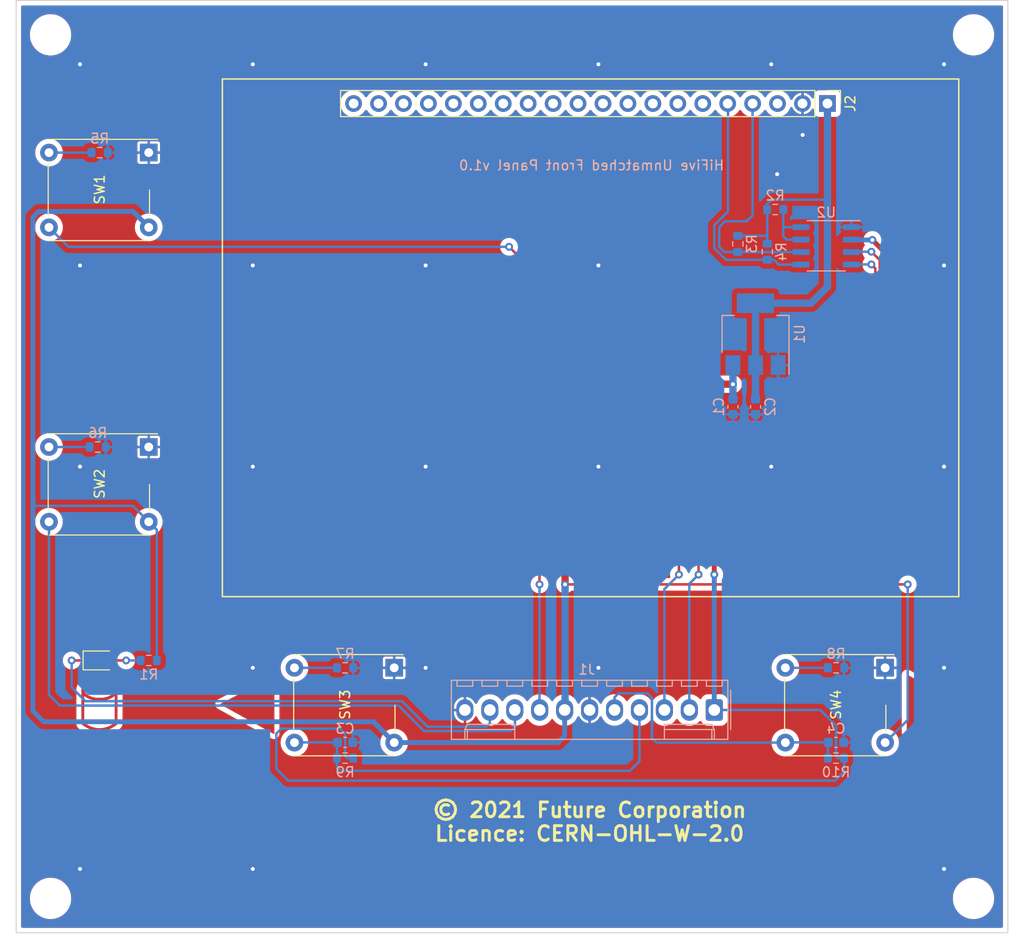
<source format=kicad_pcb>
(kicad_pcb (version 20201220) (generator pcbnew)
  (layers (0 "F.Cu" signal) (31 "B.Cu" signal) (34 "B.Paste" user) (35 "F.Paste" user) (36 "B.SilkS" user "B.Silkscreen") (37 "F.SilkS" user "F.Silkscreen") (38 "B.Mask" user) (39 "F.Mask" user) (44 "Edge.Cuts" user))
  (net 0 "")
  (net 1 "GND")
  (net 2 "+5V")
  (net 3 "+3V3")
  (net 4 "/GPIO3")
  (net 5 "/GPIO4")
  (net 6 "Net-(D1-Pad2)")
  (net 7 "/M2_DAS")
  (net 8 "/PORESET_N")
  (net 9 "/PONSW")
  (net 10 "/I2C0_SDA")
  (net 11 "/I2C0_SCL")
  (net 12 "+1V8")
  (net 13 "no_connect_30")
  (net 14 "no_connect_29")
  (net 15 "no_connect_28")
  (net 16 "no_connect_27")
  (net 17 "no_connect_26")
  (net 18 "no_connect_25")
  (net 19 "no_connect_24")
  (net 20 "no_connect_23")
  (net 21 "no_connect_22")
  (net 22 "no_connect_21")
  (net 23 "no_connect_20")
  (net 24 "no_connect_35")
  (net 25 "no_connect_34")
  (net 26 "no_connect_33")
  (net 27 "no_connect_32")
  (net 28 "/SDA")
  (net 29 "/SCL")
  (net 30 "no_connect_31")
  (net 31 "Net-(R2-Pad1)")
  (net 32 "Net-(R5-Pad2)")
  (net 33 "Net-(R6-Pad2)")
  (net 34 "Net-(R7-Pad2)")
  (net 35 "Net-(R8-Pad2)")
  (footprint "MountingHole:MountingHole_3.2mm_M3" (layer "F.Cu") (at 164 146)
    (fp_text reference "H1" hide)
    (fp_text value "MountingHole")
  )
  (footprint "MountingHole:MountingHole_3.2mm_M3" (layer "F.Cu") (at 70 58)
    (fp_text reference "H4" hide)
    (fp_text value "MountingHole")
  )
  (footprint "Button_Switch_THT:SW_MEC_5GTH9" (layer "F.Cu") (at 80 100 -90)
    (fp_text reference "SW2")
    (fp_text value "SW_MEC_5G_LED")
  )
  (footprint "MountingHole:MountingHole_3.2mm_M3" (layer "F.Cu") (at 70 146)
    (fp_text reference "H3" hide)
    (fp_text value "MountingHole")
  )
  (footprint "LED_SMD:LED_0805_2012Metric" (layer "F.Cu") (at 75 121.75)
    (fp_text reference "D1" hide)
    (fp_text value "LED")
  )
  (footprint "Button_Switch_THT:SW_MEC_5GTH9" (layer "F.Cu") (at 155 122.5 -90)
    (fp_text reference "SW4")
    (fp_text value "SW_MEC_5G_LED")
  )
  (footprint "Button_Switch_THT:SW_MEC_5GTH9" (layer "F.Cu") (at 80 70 -90)
    (fp_text reference "SW1")
    (fp_text value "SW_MEC_5G_LED")
  )
  (footprint "MountingHole:MountingHole_3.2mm_M3" (layer "F.Cu") (at 164 58)
    (fp_text reference "H2" hide)
    (fp_text value "MountingHole")
  )
  (footprint "Button_Switch_THT:SW_MEC_5GTH9" (layer "F.Cu") (at 105 122.5 -90)
    (fp_text reference "SW3")
    (fp_text value "SW_MEC_5G_LED")
  )
  (footprint "Connector_PinHeader_2.54mm:PinHeader_1x20_P2.54mm_Vertical" (layer "F.Cu") (at 149.125 65 -90)
    (fp_text reference "J2")
    (fp_text value "Conn_01x20")
  )
  (footprint "Capacitor_SMD:C_0603_1608Metric" (layer "B.Cu") (at 150 130.1)
    (fp_text reference "C4")
    (fp_text value "100nF")
  )
  (footprint "Resistor_SMD:R_0603_1608Metric" (layer "B.Cu") (at 150 122.5 180)
    (fp_text reference "R8")
    (fp_text value "330R")
  )
  (footprint "Capacitor_SMD:C_0603_1608Metric" (layer "B.Cu") (at 100 130.1)
    (fp_text reference "C3")
    (fp_text value "100nF")
  )
  (footprint "Resistor_SMD:R_0603_1608Metric" (layer "B.Cu") (at 143.8 75.8 180)
    (fp_text reference "R2")
    (fp_text value "200K")
  )
  (footprint "Resistor_SMD:R_0603_1608Metric" (layer "B.Cu") (at 100 131.7)
    (fp_text reference "R9")
    (fp_text value "2K2")
  )
  (footprint "Resistor_SMD:R_0603_1608Metric" (layer "B.Cu") (at 74.8 100 180)
    (fp_text reference "R6")
    (fp_text value "330R")
  )
  (footprint "Resistor_SMD:R_0603_1608Metric" (layer "B.Cu") (at 80 121.75)
    (fp_text reference "R1")
    (fp_text value "2K2")
  )
  (footprint "Package_TO_SOT_SMD:SOT-223-3_TabPin2" (layer "B.Cu") (at 141.8 88.5 90)
    (fp_text reference "U1")
    (fp_text value "AP1117-33")
  )
  (footprint "Capacitor_SMD:C_0603_1608Metric" (layer "B.Cu") (at 141.8 95.9 -90)
    (fp_text reference "C2")
    (fp_text value "10uF")
  )
  (footprint "Connector_Molex:Molex_KK-254_AE-6410-11A_1x11_P2.54mm_Vertical" (layer "B.Cu") (at 137.6 126.8 180)
    (fp_text reference "J1")
    (fp_text value "Conn_01x11")
  )
  (footprint "Package_SO:SO-8_3.9x4.9mm_P1.27mm" (layer "B.Cu") (at 149 79.5 180)
    (fp_text reference "U2")
    (fp_text value "PCA9306D")
  )
  (footprint "Resistor_SMD:R_0603_1608Metric" (layer "B.Cu") (at 75 70 180)
    (fp_text reference "R5")
    (fp_text value "330R")
  )
  (footprint "Resistor_SMD:R_0603_1608Metric" (layer "B.Cu") (at 100 122.5 180)
    (fp_text reference "R7")
    (fp_text value "330R")
  )
  (footprint "Resistor_SMD:R_0603_1608Metric" (layer "B.Cu") (at 150 131.7)
    (fp_text reference "R10")
    (fp_text value "2K2")
  )
  (footprint "Resistor_SMD:R_0603_1608Metric" (layer "B.Cu") (at 143 80.1 90)
    (fp_text reference "R4")
    (fp_text value "2K2")
  )
  (footprint "Capacitor_SMD:C_0603_1608Metric" (layer "B.Cu") (at 139.5 95.9 -90)
    (fp_text reference "C1")
    (fp_text value "10uF")
  )
  (footprint "Resistor_SMD:R_0603_1608Metric" (layer "B.Cu") (at 140 79.3 90)
    (fp_text reference "R3")
    (fp_text value "2K2")
  )
  (gr_line (start 74.980001 123.800235) (end 75.153359 123.805176) (layer "F.Cu") (width 0.289407))
  (gr_line (start 74.320023 123.875452) (end 74.39702 123.858314) (layer "F.Cu") (width 0.289407))
  (gr_line (start 76.405588 128.37186) (end 76.261293 128.457572) (layer "F.Cu") (width 0.289388))
  (gr_line (start 76.385964 125.292543) (end 76.338692 125.33007) (layer "F.Cu") (width 0.289407))
  (gr_poly (pts (xy 74.918888 62.500205) (xy 74.901773 62.500638) (xy 74.884888 62.501923) (xy 74.868253 62.504039) (xy 74.851889 62.506964) (xy 74.835817 62.510679) (xy 74.820056 62.515161) (xy 74.804629 62.520389) (xy 74.789554 62.526343) (xy 74.774853 62.533) (xy 74.760547 62.540341) (xy 74.746656 62.548344) (xy 74.733199 62.556988) (xy 74.720199 62.566251) (xy 74.707676 62.576113) (xy 74.69565 62.586552) (xy 74.684141 62.597548) (xy 74.67317 62.609079) (xy 74.662759 62.621124) (xy 74.652926 62.633663) (xy 74.643694 62.646673) (xy 74.635082 62.660133) (xy 74.627111 62.674024) (xy 74.619802 62.688323) (xy 74.613174 62.703009) (xy 74.60725 62.718062) (xy 74.602048 62.73346) (xy 74.597591 62.749182) (xy 74.593898 62.765207) (xy 74.59099 62.781513) (xy 74.588887 62.798081) (xy 74.58761 62.814888) (xy 74.58718 62.831913) (xy 74.58718 64.359814) (xy 74.587613 64.37693) (xy 74.588898 64.393815) (xy 74.591014 64.41045) (xy 74.59394 64.426814) (xy 74.597654 64.442886) (xy 74.602136 64.458647) (xy 74.607364 64.474074) (xy 74.613318 64.489149) (xy 74.619976 64.50385) (xy 74.627317 64.518156) (xy 74.635319 64.532047) (xy 74.643963 64.545503) (xy 74.653226 64.558503) (xy 74.663088 64.571027) (xy 74.673528 64.583053) (xy 74.684524 64.594562) (xy 74.696055 64.605532) (xy 74.7081 64.615944) (xy 74.720638 64.625777) (xy 74.733648 64.635009) (xy 74.747109 64.643621) (xy 74.760999 64.651592) (xy 74.775298 64.658901) (xy 74.789985 64.665529) (xy 74.805037 64.671453) (xy 74.820435 64.676654) (xy 74.836157 64.681112) (xy 74.852182 64.684805) (xy 74.868489 64.687713) (xy 74.885056 64.689816) (xy 74.901863 64.691093) (xy 74.918888 64.691523) (xy 74.935914 64.69109) (xy 74.952721 64.689805) (xy 74.969288 64.687689) (xy 74.985595 64.684763) (xy 75.00162 64.681049) (xy 75.017342 64.676567) (xy 75.03274 64.671339) (xy 75.047792 64.665385) (xy 75.062479 64.658727) (xy 75.076778 64.651386) (xy 75.090668 64.643383) (xy 75.104129 64.63474) (xy 75.117139 64.625476) (xy 75.129677 64.615614) (xy 75.141722 64.605175) (xy 75.153253 64.594179) (xy 75.164249 64.582648) (xy 75.174689 64.570603) (xy 75.184551 64.558065) (xy 75.193814 64.545055) (xy 75.202458 64.531594) (xy 75.210461 64.517704) (xy 75.217801 64.503405) (xy 75.224459 64.488718) (xy 75.230413 64.473666) (xy 75.235641 64.458268) (xy 75.240123 64.442546) (xy 75.243838 64.426521) (xy 75.246763 64.410214) (xy 75.248879 64.393647) (xy 75.250164 64.37684) (xy 75.250597 64.359814) (xy 75.250597 62.831913) (xy 75.250167 62.814888) (xy 75.24889 62.798081) (xy 75.246788 62.781513) (xy 75.243879 62.765207) (xy 75.240186 62.749182) (xy 75.235729 62.73346) (xy 75.230527 62.718062) (xy 75.224603 62.703009) (xy 75.217976 62.688323) (xy 75.210666 62.674024) (xy 75.202695 62.660133) (xy 75.194083 62.646673) (xy 75.184851 62.633663) (xy 75.175018 62.621124) (xy 75.164607 62.609079) (xy 75.153636 62.597548) (xy 75.142128 62.586552) (xy 75.130101 62.576113) (xy 75.117578 62.566251) (xy 75.104578 62.556988) (xy 75.091122 62.548344) (xy 75.07723 62.540341) (xy 75.062924 62.533) (xy 75.048223 62.526343) (xy 75.033148 62.520389) (xy 75.017721 62.515161) (xy 75.00196 62.510679) (xy 74.985888 62.506964) (xy 74.969524 62.504039) (xy 74.952889 62.501923) (xy 74.936004 62.500638) (xy 74.918888 62.500205)) (layer "F.Cu") (width 0.010206) (fill solid))
  (gr_line (start 76.675534 124.757388) (end 76.673328 124.806643) (layer "F.Cu") (width 0.289407))
  (gr_line (start 73.627123 128.405938) (end 73.456802 128.297637) (layer "F.Cu") (width 0.289388))
  (gr_line (start 76.470892 125.213626) (end 76.430066 125.253709) (layer "F.Cu") (width 0.289407))
  (gr_line (start 74.123724 128.644098) (end 73.96081 128.578395) (layer "F.Cu") (width 0.289388))
  (gr_line (start 74.283716 128.697152) (end 74.123724 128.644098) (layer "F.Cu") (width 0.289388))
  (gr_line (start 74.743894 128.788156) (end 74.594028 128.768406) (layer "F.Cu") (width 0.289388))
  (gr_line (start 73.304003 124.903154) (end 73.293221 124.855252) (layer "F.Cu") (width 0.289407))
  (gr_line (start 73.456802 128.297637) (end 73.284467 128.173587) (layer "F.Cu") (width 0.289388))
  (gr_line (start 76.57265 124.428285) (end 76.599306 124.472758) (layer "F.Cu") (width 0.289407))
  (gr_line (start 76.338692 125.33007) (end 76.288357 125.366228) (layer "F.Cu") (width 0.289407))
  (gr_line (start 76.666781 124.855252) (end 76.655998 124.903154) (layer "F.Cu") (width 0.289407))
  (gr_line (start 76.235065 125.400958) (end 76.178924 125.434199) (layer "F.Cu") (width 0.289407))
  (gr_line (start 73.62131 124.184706) (end 73.671645 124.148548) (layer "F.Cu") (width 0.289407))
  (gr_line (start 76.641087 124.564487) (end 76.655998 124.611622) (layer "F.Cu") (width 0.289407))
  (gr_line (start 74.171809 123.915757) (end 74.244917 123.89462) (layer "F.Cu") (width 0.289407))
  (gr_line (start 74.638292 123.819681) (end 74.721788 123.811263) (layer "F.Cu") (width 0.289407))
  (gr_line (start 73.901484 125.495976) (end 73.781078 125.434199) (layer "F.Cu") (width 0.289407))
  (gr_line (start 74.032012 123.9637) (end 74.100805 123.938804) (layer "F.Cu") (width 0.289407))
  (gr_line (start 73.337847 124.996597) (end 73.318914 124.950289) (layer "F.Cu") (width 0.289407))
  (gr_line (start 75.859196 125.575972) (end 75.788192 125.599019) (layer "F.Cu") (width 0.289407))
  (gr_line (start 73.671645 124.148548) (end 73.724936 124.113818) (layer "F.Cu") (width 0.289407))
  (gr_poly (pts (xy 157.25 123.25) (xy 162.65 126.249998) (xy 157.25 129.05)) (layer "F.Cu") (width 0.1) (fill solid))
  (gr_line (start 73.839962 124.048884) (end 73.901484 124.018801) (layer "F.Cu") (width 0.289407))
  (gr_line (start 74.556261 123.830368) (end 74.638292 123.819681) (layer "F.Cu") (width 0.289407))
  (gr_line (start 75.431269 128.759112) (end 75.302811 128.779379) (layer "F.Cu") (width 0.289388))
  (gr_line (start 76.675534 124.757388) (end 76.675534 124.757388) (layer "F.Cu") (width 0.289407))
  (gr_line (start 74.032012 125.551076) (end 73.901484 125.495976) (layer "F.Cu") (width 0.289407))
  (gr_line (start 74.171809 125.599019) (end 74.032012 125.551076) (layer "F.Cu") (width 0.289407))
  (gr_line (start 74.320023 125.639324) (end 74.171809 125.599019) (layer "F.Cu") (width 0.289407))
  (gr_line (start 75.715084 125.620156) (end 75.639979 125.639324) (layer "F.Cu") (width 0.289407))
  (gr_line (start 75.067252 125.713296) (end 74.980001 125.714541) (layer "F.Cu") (width 0.289407))
  (gr_line (start 75.994465 125.52439) (end 75.927989 125.551076) (layer "F.Cu") (width 0.289407))
  (gr_line (start 76.261293 128.457572) (end 76.17887 128.50159) (layer "F.Cu") (width 0.289388))
  (gr_line (start 75.153359 125.7096) (end 75.067252 125.713296) (layer "F.Cu") (width 0.289407))
  (gr_line (start 75.238214 125.703513) (end 75.153359 125.7096) (layer "F.Cu") (width 0.289407))
  (gr_line (start 76.120039 125.465892) (end 76.058517 125.495976) (layer "F.Cu") (width 0.289407))
  (gr_line (start 73.781078 125.434199) (end 73.671645 125.366228) (layer "F.Cu") (width 0.289407))
  (gr_line (start 74.440559 128.73833) (end 74.283716 128.697152) (layer "F.Cu") (width 0.289388))
  (gr_line (start 75.4842 125.67151) (end 75.403741 125.684408) (layer "F.Cu") (width 0.289407))
  (gr_line (start 75.4842 123.843266) (end 75.639979 123.875452) (layer "F.Cu") (width 0.289407))
  (gr_line (start 75.927989 123.9637) (end 76.058517 124.018801) (layer "F.Cu") (width 0.289407))
  (gr_poly (pts (xy 72.678579 65.46517) (xy 72.669575 65.317776) (xy 72.669934 65.172403) (xy 72.67938 65.029323) (xy 72.697637 64.88881) (xy 72.724427 64.751138) (xy 72.759475 64.61658) (xy 72.802504 64.485409) (xy 72.853237 64.357901) (xy 72.911397 64.234327) (xy 72.976708 64.114962) (xy 73.048894 64.000079) (xy 73.127678 63.889952) (xy 73.212782 63.784855) (xy 73.303932 63.68506) (xy 73.400849 63.590843) (xy 73.503258 63.502475) (xy 73.524038 63.486786) (xy 73.545373 63.472991) (xy 73.567182 63.461054) (xy 73.589387 63.450939) (xy 73.611906 63.442607) (xy 73.634662 63.436024) (xy 73.657574 63.431151) (xy 73.680563 63.427952) (xy 73.703548 63.42639) (xy 73.726451 63.426429) (xy 73.749192 63.428031) (xy 73.771691 63.43116) (xy 73.793868 63.435778) (xy 73.815645 63.44185) (xy 73.836941 63.449338) (xy 73.857676 63.458205) (xy 73.877772 63.468414) (xy 73.897148 63.47993) (xy 73.915725 63.492714) (xy 73.933423 63.506731) (xy 73.950163 63.521943) (xy 73.965865 63.538313) (xy 73.980449 63.555806) (xy 73.993836 63.574382) (xy 74.005946 63.594008) (xy 74.0167 63.614644) (xy 74.026018 63.636254) (xy 74.033821 63.658803) (xy 74.040028 63.682252) (xy 74.04456 63.706565) (xy 74.047337 63.731705) (xy 74.048281 63.757636) (xy 74.047711 63.776863) (xy 74.04602 63.795866) (xy 74.043235 63.814612) (xy 74.039382 63.833067) (xy 74.034489 63.8512) (xy 74.028582 63.868977) (xy 74.021688 63.886366) (xy 74.013834 63.903332) (xy 74.005048 63.919844) (xy 73.995355 63.935869) (xy 73.984783 63.951374) (xy 73.973359 63.966325) (xy 73.96111 63.98069) (xy 73.948063 63.994436) (xy 73.934244 64.007531) (xy 73.91968 64.019941) (xy 73.847125 64.082761) (xy 73.778481 64.149763) (xy 73.713951 64.220752) (xy 73.653739 64.29553) (xy 73.598048 64.373902) (xy 73.547082 64.455673) (xy 73.501043 64.540646) (xy 73.460136 64.628626) (xy 73.424563 64.719417) (xy 73.394528 64.812822) (xy 73.370234 64.908646) (xy 73.351884 65.006694) (xy 73.339682 65.106769) (xy 73.333831 65.208675) (xy 73.334535 65.312218) (xy 73.337408 65.364541) (xy 73.341997 65.417199) (xy 73.350567 65.485576) (xy 73.362073 65.553065) (xy 73.376446 65.619598) (xy 73.393619 65.685108) (xy 73.413525 65.749525) (xy 73.436097 65.812782) (xy 73.461267 65.87481) (xy 73.488969 65.935542) (xy 73.519135 65.994908) (xy 73.551697 66.052842) (xy 73.586588 66.109274) (xy 73.623742 66.164136) (xy 73.66309 66.21736) (xy 73.704566 66.268879) (xy 73.748102 66.318623) (xy 73.793631 66.366524) (xy 73.841085 66.412515) (xy 73.890398 66.456527) (xy 73.941502 66.498491) (xy 73.99433 66.538341) (xy 74.048815 66.576007) (xy 74.104889 66.611421) (xy 74.162484 66.644515) (xy 74.221535 66.675221) (xy 74.281973 66.70347) (xy 74.343731 66.729195) (xy 74.406742 66.752327) (xy 74.470938 66.772798) (xy 74.536253 66.790539) (xy 74.602619 66.805483) (xy 74.669969 66.817562) (xy 74.738235 66.826706) (xy 74.82745 66.834265) (xy 74.915699 66.836929) (xy 75.002861 66.834821) (xy 75.088812 66.828064) (xy 75.17343 66.81678) (xy 75.256592 66.801093) (xy 75.338177 66.781125) (xy 75.418062 66.757) (xy 75.496125 66.728839) (xy 75.572242 66.696765) (xy 75.646293 66.660902) (xy 75.718153 66.621372) (xy 75.787701 66.578298) (xy 75.854815 66.531802) (xy 75.919372 66.482008) (xy 75.981249 66.429039) (xy 76.040325 66.373016) (xy 76.096477 66.314063) (xy 76.149582 66.252303) (xy 76.199517 66.187858) (xy 76.246162 66.120851) (xy 76.289393 66.051406) (xy 76.329087 65.979644) (xy 76.365123 65.905688) (xy 76.397377 65.829662) (xy 76.425729 65.751688) (xy 76.450054 65.671889) (xy 76.470231 65.590388) (xy 76.486137 65.507307) (xy 76.49765 65.422769) (xy 76.504648 65.336897) (xy 76.507008 65.249814) (xy 76.504341 65.157443) (xy 76.496441 65.066439) (xy 76.483454 64.976952) (xy 76.465528 64.889129) (xy 76.442813 64.803118) (xy 76.415455 64.719066) (xy 76.383603 64.637123) (xy 76.347405 64.557436) (xy 76.307009 64.480153) (xy 76.262562 64.405422) (xy 76.214213 64.333391) (xy 76.162111 64.264209) (xy 76.106402 64.198022) (xy 76.047235 64.13498) (xy 75.984757 64.07523) (xy 75.919118 64.01892) (xy 75.904566 64.00651) (xy 75.890779 63.993418) (xy 75.877782 63.979676) (xy 75.865598 63.96532) (xy 75.854252 63.950384) (xy 75.843766 63.934902) (xy 75.834166 63.918909) (xy 75.825474 63.902439) (xy 75.817716 63.885526) (xy 75.810914 63.868206) (xy 75.805093 63.850511) (xy 75.800277 63.832477) (xy 75.79649 63.814138) (xy 75.793755 63.795529) (xy 75.792096 63.776683) (xy 75.791538 63.757636) (xy 75.792467 63.731968) (xy 75.795201 63.707045) (xy 75.799663 63.682905) (xy 75.805775 63.659586) (xy 75.813458 63.637127) (xy 75.822634 63.615565) (xy 75.833225 63.594941) (xy 75.845153 63.575291) (xy 75.858341 63.556656) (xy 75.872708 63.539072) (xy 75.888179 63.522579) (xy 75.904674 63.507215) (xy 75.922115 63.493019) (xy 75.940425 63.480029) (xy 75.959524 63.468284) (xy 75.979336 63.457822) (xy 75.999782 63.448681) (xy 76.020783 63.440901) (xy 76.042262 63.434519) (xy 76.064141 63.429575) (xy 76.086341 63.426106) (xy 76.108785 63.424151) (xy 76.131393 63.423749) (xy 76.154089 63.424938) (xy 76.176794 63.427757) (xy 76.19943 63.432244) (xy 76.221918 63.438437) (xy 76.244181 63.446376) (xy 76.26614 63.456098) (xy 76.287718 63.467642) (xy 76.308836 63.481047) (xy 76.329416 63.496351) (xy 76.423296 63.576381) (xy 76.512658 63.661322) (xy 76.597289 63.750967) (xy 76.676977 63.845108) (xy 76.75151 63.943536) (xy 76.820676 64.046045) (xy 76.884263 64.152425) (xy 76.942057 64.262471) (xy 76.993847 64.375972) (xy 77.039421 64.492723) (xy 77.078565 64.612515) (xy 77.111069 64.735139) (xy 77.136719 64.86039) (xy 77.155303 64.988057) (xy 77.16661 65.117935) (xy 77.170426 65.249814) (xy 77.167229 65.370476) (xy 77.157748 65.489504) (xy 77.142144 65.606736) (xy 77.12058 65.722009) (xy 77.093216 65.83516) (xy 77.060216 65.946027) (xy 77.021742 66.054448) (xy 76.977955 66.160259) (xy 76.929017 66.263298) (xy 76.875091 66.363403) (xy 76.816338 66.460411) (xy 76.752921 66.554159) (xy 76.685002 66.644485) (xy 76.612742 66.731226) (xy 76.536303 66.814219) (xy 76.455848 66.893303) (xy 76.371539 66.968314) (xy 76.283538 67.03909) (xy 76.192007 67.105468) (xy 76.097107 67.167286) (xy 75.999001 67.22438) (xy 75.897851 67.276589) (xy 75.793818 67.32375) (xy 75.687066 67.365701) (xy 75.577755 67.402278) (xy 75.466049 67.433319) (xy 75.352108 67.458661) (xy 75.236095 67.478143) (xy 75.118173 67.491601) (xy 74.998502 67.498872) (xy 74.877246 67.499795) (xy 74.754566 67.494206) (xy 74.653172 67.484733) (xy 74.553064 67.470735) (xy 74.454348 67.452317) (xy 74.357131 67.429585) (xy 74.261521 67.402641) (xy 74.167624 67.371591) (xy 74.075548 67.336538) (xy 73.9854 67.297589) (xy 73.897287 67.254846) (xy 73.811315 67.208415) (xy 73.727593 67.1584) (xy 73.646226 67.104905) (xy 73.567323 67.048035) (xy 73.49099 66.987894) (xy 73.417334 66.924587) (xy 73.346462 66.858219) (xy 73.278482 66.788893) (xy 73.213501 66.716714) (xy 73.151625 66.641787) (xy 73.092962 66.564216) (xy 73.037619 66.484106) (xy 72.985703 66.40156) (xy 72.937321 66.316685) (xy 72.89258 66.229583) (xy 72.851587 66.14036) (xy 72.814449 66.049119) (xy 72.781273 65.955967) (xy 72.752168 65.861006) (xy 72.727238 65.764341) (xy 72.706592 65.666077) (xy 72.690337 65.566319) (xy 72.67858 65.46517) (xy 72.678579 65.46517)) (layer "F.Cu") (width 0.010206) (fill solid))
  (gr_line (start 76.385964 124.222233) (end 76.470892 124.30115) (layer "F.Cu") (width 0.289407))
  (gr_line (start 76.470892 124.30115) (end 76.542291 124.384819) (layer "F.Cu") (width 0.289407))
  (gr_line (start 76.058517 124.018801) (end 76.178924 124.080577) (layer "F.Cu") (width 0.289407))
  (gr_line (start 75.788192 125.599019) (end 75.715084 125.620156) (layer "F.Cu") (width 0.289407))
  (gr_line (start 76.520974 128.29441) (end 76.405588 128.37186) (layer "F.Cu") (width 0.289388))
  (gr_line (start 74.980001 123.800235) (end 74.980001 123.800235) (layer "F.Cu") (width 0.289407))
  (gr_line (start 73.41771 125.129957) (end 73.387351 125.086491) (layer "F.Cu") (width 0.289407))
  (gr_line (start 73.965536 123.990386) (end 74.032012 123.9637) (layer "F.Cu") (width 0.289407))
  (gr_line (start 73.286673 124.708133) (end 73.293221 124.659524) (layer "F.Cu") (width 0.289407))
  (gr_line (start 74.100805 123.938804) (end 74.171809 123.915757) (layer "F.Cu") (width 0.289407))
  (gr_line (start 76.673328 124.806643) (end 76.666781 124.855252) (layer "F.Cu") (width 0.289407))
  (gr_line (start 73.284467 128.173587) (end 73.284467 128.173587) (layer "F.Cu") (width 0.289388))
  (gr_line (start 73.293221 124.659524) (end 73.304003 124.611622) (layer "F.Cu") (width 0.289407))
  (gr_line (start 75.554767 128.733166) (end 75.431269 128.759112) (layer "F.Cu") (width 0.289388))
  (gr_line (start 73.304003 124.611622) (end 73.318914 124.564487) (layer "F.Cu") (width 0.289407))
  (gr_line (start 73.574038 125.292543) (end 73.489109 125.213626) (layer "F.Cu") (width 0.289407))
  (gr_line (start 74.475801 123.843266) (end 74.556261 123.830368) (layer "F.Cu") (width 0.289407))
  (gr_line (start 75.788192 123.915757) (end 75.927989 123.9637) (layer "F.Cu") (width 0.289407))
  (gr_line (start 74.889932 128.798354) (end 74.743894 128.788156) (layer "F.Cu") (width 0.289388))
  (gr_line (start 75.031916 128.799774) (end 74.889932 128.798354) (layer "F.Cu") (width 0.289388))
  (gr_line (start 74.721788 123.811263) (end 74.806642 123.805176) (layer "F.Cu") (width 0.289407))
  (gr_line (start 73.96081 128.578395) (end 73.795201 128.499266) (layer "F.Cu") (width 0.289388))
  (gr_line (start 75.32171 123.819681) (end 75.4842 123.843266) (layer "F.Cu") (width 0.289407))
  (gr_line (start 76.288357 124.148548) (end 76.385964 124.222233) (layer "F.Cu") (width 0.289407))
  (gr_line (start 74.244917 123.89462) (end 74.320023 123.875452) (layer "F.Cu") (width 0.289407))
  (gr_line (start 75.78597 128.667334) (end 75.673076 128.702315) (layer "F.Cu") (width 0.289388))
  (gr_line (start 73.284467 124.757388) (end 73.284467 124.757388) (layer "F.Cu") (width 0.289407))
  (gr_line (start 73.574038 124.222233) (end 73.62131 124.184706) (layer "F.Cu") (width 0.289407))
  (gr_line (start 76.673328 124.708133) (end 76.675534 124.757388) (layer "F.Cu") (width 0.289407))
  (gr_line (start 75.639979 123.875452) (end 75.788192 123.915757) (layer "F.Cu") (width 0.289407))
  (gr_line (start 76.178924 124.080577) (end 76.288357 124.148548) (layer "F.Cu") (width 0.289407))
  (gr_line (start 76.599306 125.042018) (end 76.57265 125.086491) (layer "F.Cu") (width 0.289407))
  (gr_line (start 73.360695 125.042018) (end 73.337847 124.996597) (layer "F.Cu") (width 0.289407))
  (gr_line (start 76.288357 125.366228) (end 76.235065 125.400958) (layer "F.Cu") (width 0.289407))
  (gr_line (start 73.387351 124.428285) (end 73.41771 124.384819) (layer "F.Cu") (width 0.289407))
  (gr_line (start 74.39702 123.858314) (end 74.475801 123.843266) (layer "F.Cu") (width 0.289407))
  (gr_line (start 73.284467 128.173587) (end 73.284467 124.783832) (layer "F.Cu") (width 0.289388))
  (gr_line (start 76.641087 124.950289) (end 76.622154 124.996597) (layer "F.Cu") (width 0.289407))
  (gr_line (start 76.605636 128.231416) (end 76.520974 128.29441) (layer "F.Cu") (width 0.289388))
  (gr_line (start 76.675534 124.757388) (end 76.675534 124.757388) (layer "F.Cu") (width 0.289407))
  (gr_line (start 76.430066 125.253709) (end 76.385964 125.292543) (layer "F.Cu") (width 0.289407))
  (gr_line (start 73.318914 124.564487) (end 73.337847 124.518179) (layer "F.Cu") (width 0.289407))
  (gr_line (start 76.542291 125.129957) (end 76.508336 125.172356) (layer "F.Cu") (width 0.289407))
  (gr_line (start 73.293221 124.855252) (end 73.286673 124.806643) (layer "F.Cu") (width 0.289407))
  (gr_line (start 75.302811 128.779379) (end 75.169617 128.793191) (layer "F.Cu") (width 0.289388))
  (gr_line (start 76.542291 124.384819) (end 76.57265 124.428285) (layer "F.Cu") (width 0.289407))
  (gr_line (start 73.41771 124.384819) (end 73.451665 124.342421) (layer "F.Cu") (width 0.289407))
  (gr_poly (pts (xy 92.75 129.2) (xy 87.35 126.2) (xy 92.75 123.4)) (layer "F.Cu") (width 0.1) (fill solid))
  (gr_line (start 76.17887 128.50159) (end 76.0899 128.545349) (layer "F.Cu") (width 0.289388))
  (gr_line (start 76.0899 128.545349) (end 75.994609 128.588076) (layer "F.Cu") (width 0.289388))
  (gr_line (start 74.980001 125.714541) (end 74.980001 125.714541) (layer "F.Cu") (width 0.289407))
  (gr_line (start 75.403741 125.684408) (end 75.32171 125.695096) (layer "F.Cu") (width 0.289407))
  (gr_line (start 76.675542 128.173587) (end 76.675542 128.173587) (layer "F.Cu") (width 0.289388))
  (gr_line (start 75.673076 128.702315) (end 75.554767 128.733166) (layer "F.Cu") (width 0.289388))
  (gr_line (start 73.318914 124.950289) (end 73.304003 124.903154) (layer "F.Cu") (width 0.289407))
  (gr_line (start 76.622154 124.518179) (end 76.641087 124.564487) (layer "F.Cu") (width 0.289407))
  (gr_line (start 76.655998 124.903154) (end 76.641087 124.950289) (layer "F.Cu") (width 0.289407))
  (gr_line (start 74.892749 123.80148) (end 74.980001 123.800235) (layer "F.Cu") (width 0.289407))
  (gr_line (start 73.360695 124.472758) (end 73.387351 124.428285) (layer "F.Cu") (width 0.289407))
  (gr_line (start 76.655998 124.611622) (end 76.666781 124.659524) (layer "F.Cu") (width 0.289407))
  (gr_line (start 75.994609 128.588076) (end 75.893224 128.628996) (layer "F.Cu") (width 0.289388))
  (gr_line (start 74.806642 125.7096) (end 74.638292 125.695096) (layer "F.Cu") (width 0.289407))
  (gr_line (start 75.32171 125.695096) (end 75.238214 125.703513) (layer "F.Cu") (width 0.289407))
  (gr_line (start 75.893224 128.628996) (end 75.78597 128.667334) (layer "F.Cu") (width 0.289388))
  (gr_line (start 73.337847 124.518179) (end 73.360695 124.472758) (layer "F.Cu") (width 0.289407))
  (gr_line (start 74.806642 123.805176) (end 74.892749 123.80148) (layer "F.Cu") (width 0.289407))
  (gr_line (start 74.980001 125.714541) (end 74.806642 125.7096) (layer "F.Cu") (width 0.289407))
  (gr_line (start 73.489109 124.30115) (end 73.529935 124.261067) (layer "F.Cu") (width 0.289407))
  (gr_line (start 74.475801 125.67151) (end 74.320023 125.639324) (layer "F.Cu") (width 0.289407))
  (gr_line (start 76.666781 124.659524) (end 76.673328 124.708133) (layer "F.Cu") (width 0.289407))
  (gr_line (start 76.178924 125.434199) (end 76.120039 125.465892) (layer "F.Cu") (width 0.289407))
  (gr_line (start 75.927989 125.551076) (end 75.859196 125.575972) (layer "F.Cu") (width 0.289407))
  (gr_line (start 73.795201 128.499266) (end 73.627123 128.405938) (layer "F.Cu") (width 0.289388))
  (gr_line (start 76.675542 128.173587) (end 76.605636 128.231416) (layer "F.Cu") (width 0.289388))
  (gr_line (start 76.599306 124.472758) (end 76.622154 124.518179) (layer "F.Cu") (width 0.289407))
  (gr_line (start 76.57265 125.086491) (end 76.542291 125.129957) (layer "F.Cu") (width 0.289407))
  (gr_line (start 73.671645 125.366228) (end 73.574038 125.292543) (layer "F.Cu") (width 0.289407))
  (gr_line (start 73.387351 125.086491) (end 73.360695 125.042018) (layer "F.Cu") (width 0.289407))
  (gr_line (start 73.781078 124.080577) (end 73.839962 124.048884) (layer "F.Cu") (width 0.289407))
  (gr_poly (pts (xy 72.357861 94.012) (xy 72.365923 94.009003) (xy 72.374038 94.006446) (xy 72.382192 94.004322) (xy 72.390371 94.002625) (xy 72.398562 94.001351) (xy 72.406751 94.000492) (xy 72.414925 94.000044) (xy 72.423069 94) (xy 72.43117 94.000355) (xy 72.439215 94.001102) (xy 72.447189 94.002236) (xy 72.455079 94.00375) (xy 72.462872 94.00564) (xy 72.470553 94.007899) (xy 72.478109 94.010521) (xy 72.485527 94.0135) (xy 72.492792 94.016831) (xy 72.499892 94.020508) (xy 72.506811 94.024525) (xy 72.513538 94.028875) (xy 72.520057 94.033554) (xy 72.526355 94.038555) (xy 72.532419 94.043872) (xy 72.538235 94.0495) (xy 72.54379 94.055433) (xy 72.549069 94.061664) (xy 72.554059 94.068189) (xy 72.558746 94.075) (xy 72.563117 94.082093) (xy 72.567157 94.089461) (xy 72.570854 94.097099) (xy 72.574194 94.105) (xy 72.673861 94.354334) (xy 72.702697 94.255196) (xy 72.735457 94.157782) (xy 72.772048 94.062186) (xy 72.81238 93.968501) (xy 72.85636 93.87682) (xy 72.903895 93.787236) (xy 72.954895 93.699844) (xy 73.009267 93.614735) (xy 73.066919 93.532004) (xy 73.127759 93.451743) (xy 73.191696 93.374047) (xy 73.258638 93.299008) (xy 73.328492 93.226719) (xy 73.401167 93.157275) (xy 73.47657 93.090768) (xy 73.55461 93.027292) (xy 73.635196 92.96694) (xy 73.718234 92.909805) (xy 73.803633 92.855981) (xy 73.891302 92.805561) (xy 73.981147 92.758638) (xy 74.073078 92.715306) (xy 74.167003 92.675658) (xy 74.262829 92.639787) (xy 74.360464 92.607787) (xy 74.459818 92.57975) (xy 74.560797 92.555771) (xy 74.663309 92.535943) (xy 74.767264 92.520358) (xy 74.872569 92.50911) (xy 74.979131 92.502294) (xy 75.08686 92.500001) (xy 75.21533 92.503259) (xy 75.342133 92.51293) (xy 75.467113 92.528855) (xy 75.59011 92.550875) (xy 75.710967 92.578834) (xy 75.829524 92.612571) (xy 75.945625 92.651929) (xy 76.05911 92.69675) (xy 76.169822 92.746876) (xy 76.277602 92.802149) (xy 76.382293 92.86241) (xy 76.483735 92.9275) (xy 76.581771 92.997263) (xy 76.676243 93.07154) (xy 76.766992 93.150171) (xy 76.85386 93.233) (xy 76.936689 93.319869) (xy 77.015321 93.410618) (xy 77.089597 93.505089) (xy 77.15936 93.603125) (xy 77.224451 93.704568) (xy 77.284711 93.809258) (xy 77.339984 93.917038) (xy 77.39011 94.02775) (xy 77.434931 94.141236) (xy 77.474289 94.257336) (xy 77.508027 94.375894) (xy 77.535985 94.49675) (xy 77.558005 94.619747) (xy 77.57393 94.744727) (xy 77.583601 94.871531) (xy 77.58686 95) (xy 77.583601 95.12847) (xy 77.57393 95.255274) (xy 77.558005 95.380253) (xy 77.535985 95.50325) (xy 77.508027 95.624107) (xy 77.474289 95.742664) (xy 77.434931 95.858765) (xy 77.39011 95.97225) (xy 77.339984 96.082962) (xy 77.284711 96.190742) (xy 77.22445 96.295433) (xy 77.15936 96.396875) (xy 77.089597 96.494911) (xy 77.015321 96.589383) (xy 76.936689 96.680132) (xy 76.85386 96.767) (xy 76.766992 96.849829) (xy 76.676243 96.928461) (xy 76.581771 97.002737) (xy 76.483735 97.0725) (xy 76.382292 97.137591) (xy 76.277602 97.197852) (xy 76.169822 97.253124) (xy 76.05911 97.30325) (xy 75.945625 97.348071) (xy 75.829524 97.38743) (xy 75.710966 97.421167) (xy 75.59011 97.449125) (xy 75.467113 97.471146) (xy 75.342133 97.48707) (xy 75.21533 97.496741) (xy 75.08686 97.5) (xy 74.962169 97.496965) (xy 74.838585 97.487906) (xy 74.716274 97.472892) (xy 74.595407 97.451995) (xy 74.476151 97.425283) (xy 74.358675 97.392826) (xy 74.243147 97.354695) (xy 74.129735 97.310959) (xy 74.018609 97.261687) (xy 73.909937 97.20695) (xy 73.803886 97.146818) (xy 73.700626 97.08136) (xy 73.600325 97.010646) (xy 73.503152 96.934746) (xy 73.409274 96.85373) (xy 73.31886 96.767667) (xy 73.312957 96.761457) (xy 73.307435 96.755023) (xy 73.302293 96.748381) (xy 73.297532 96.741545) (xy 73.293153 96.73453) (xy 73.289154 96.727352) (xy 73.285535 96.720024) (xy 73.282298 96.712563) (xy 73.279442 96.704982) (xy 73.276966 96.697298) (xy 73.274871 96.689523) (xy 73.273157 96.681675) (xy 73.271824 96.673767) (xy 73.270872 96.665814) (xy 73.270301 96.657831) (xy 73.270111 96.649834) (xy 73.270301 96.641836) (xy 73.270872 96.633853) (xy 73.271824 96.625901) (xy 73.273157 96.617992) (xy 73.274871 96.610144) (xy 73.276966 96.60237) (xy 73.279442 96.594685) (xy 73.282298 96.587104) (xy 73.285535 96.579643) (xy 73.289154 96.572316) (xy 73.293153 96.565137) (xy 73.297532 96.558123) (xy 73.302293 96.551287) (xy 73.307435 96.544645) (xy 73.312957 96.538211) (xy 73.31886 96.532001) (xy 73.325071 96.526097) (xy 73.331505 96.520575) (xy 73.338147 96.515433) (xy 73.344983 96.510672) (xy 73.351997 96.506293) (xy 73.359176 96.502294) (xy 73.366503 96.498675) (xy 73.373965 96.495438) (xy 73.381545 96.492582) (xy 73.38923 96.490106) (xy 73.397004 96.488011) (xy 73.404853 96.486297) (xy 73.412761 96.484964) (xy 73.420714 96.484012) (xy 73.428696 96.483441) (xy 73.436694 96.483251) (xy 73.444691 96.483441) (xy 73.452674 96.484012) (xy 73.460627 96.484964) (xy 73.468535 96.486297) (xy 73.476383 96.488011) (xy 73.484158 96.490106) (xy 73.491842 96.492582) (xy 73.499423 96.495438) (xy 73.506884 96.498675) (xy 73.514212 96.502294) (xy 73.52139 96.506293) (xy 73.528405 96.510672) (xy 73.53524 96.515433) (xy 73.541883 96.520575) (xy 73.548317 96.526097) (xy 73.554527 96.532001) (xy 73.632893 96.606584) (xy 73.714268 96.676795) (xy 73.798504 96.742572) (xy 73.885454 96.803855) (xy 73.97497 96.860583) (xy 74.066906 96.912696) (xy 74.161113 96.960133) (xy 74.257444 97.002834) (xy 74.355751 97.040737) (xy 74.455888 97.073784) (xy 74.557706 97.101912) (xy 74.661058 97.125062) (xy 74.765797 97.143173) (xy 74.871775 97.156185) (xy 74.978846 97.164036) (xy 75.08686 97.166667) (xy 75.198185 97.163842) (xy 75.308068 97.155459) (xy 75.416371 97.141655) (xy 75.522959 97.122568) (xy 75.627693 97.098334) (xy 75.730436 97.06909) (xy 75.831051 97.034975) (xy 75.929402 96.996125) (xy 76.025349 96.952677) (xy 76.118758 96.904769) (xy 76.209489 96.852537) (xy 76.297407 96.79612) (xy 76.382373 96.735653) (xy 76.464251 96.671275) (xy 76.542904 96.603123) (xy 76.618193 96.531333) (xy 76.689983 96.456044) (xy 76.758135 96.377391) (xy 76.822513 96.295513) (xy 76.88298 96.210547) (xy 76.939397 96.12263) (xy 76.991629 96.031898) (xy 77.039537 95.93849) (xy 77.082985 95.842542) (xy 77.121835 95.744192) (xy 77.15595 95.643576) (xy 77.185194 95.540833) (xy 77.209428 95.436099) (xy 77.228515 95.329512) (xy 77.242319 95.221208) (xy 77.250702 95.111325) (xy 77.253527 95) (xy 77.250702 94.888675) (xy 77.242319 94.778793) (xy 77.228515 94.670489) (xy 77.209428 94.563901) (xy 77.185194 94.459167) (xy 77.15595 94.356424) (xy 77.121835 94.255809) (xy 77.082985 94.157459) (xy 77.039537 94.061511) (xy 76.991629 93.968103) (xy 76.939397 93.877371) (xy 76.88298 93.789453) (xy 76.822513 93.704487) (xy 76.758135 93.622609) (xy 76.689983 93.543957) (xy 76.618193 93.468667) (xy 76.542904 93.396877) (xy 76.464251 93.328725) (xy 76.382373 93.264347) (xy 76.297407 93.203881) (xy 76.209489 93.147463) (xy 76.118758 93.095231) (xy 76.025349 93.047323) (xy 75.929402 93.003875) (xy 75.831051 92.965025) (xy 75.730436 92.93091) (xy 75.627693 92.901667) (xy 75.522959 92.877433) (xy 75.416371 92.858345) (xy 75.308068 92.844541) (xy 75.198185 92.836158) (xy 75.08686 92.833334) (xy 74.98984 92.835479) (xy 74.893903 92.841853) (xy 74.799138 92.852367) (xy 74.705637 92.866929) (xy 74.613491 92.885448) (xy 74.522788 92.907834) (xy 74.433621 92.933996) (xy 74.346079 92.963844) (xy 74.260253 92.997286) (xy 74.176233 93.034233) (xy 74.09411 93.074593) (xy 74.013974 93.118275) (xy 73.860025 93.215245) (xy 73.71511 93.324417) (xy 73.579954 93.445066) (xy 73.455278 93.576465) (xy 73.341808 93.71789) (xy 73.240267 93.868615) (xy 73.194195 93.947238) (xy 73.151378 94.027914) (xy 73.111904 94.110552) (xy 73.075864 94.195061) (xy 73.04335 94.281352) (xy 73.014451 94.369332) (xy 72.989258 94.458912) (xy 72.96786 94.55) (xy 73.302194 94.215334) (xy 73.308404 94.20943) (xy 73.314838 94.203908) (xy 73.32148 94.198766) (xy 73.328316 94.194005) (xy 73.335331 94.189626) (xy 73.342509 94.185627) (xy 73.349837 94.182008) (xy 73.357298 94.178771) (xy 73.364878 94.175915) (xy 73.372563 94.173439) (xy 73.380337 94.171344) (xy 73.388186 94.16963) (xy 73.396094 94.168297) (xy 73.404047 94.167345) (xy 73.41203 94.166774) (xy 73.420027 94.166584) (xy 73.428025 94.166774) (xy 73.436007 94.167345) (xy 73.44396 94.168297) (xy 73.451868 94.16963) (xy 73.459717 94.171344) (xy 73.467491 94.173439) (xy 73.475176 94.175915) (xy 73.482756 94.178771) (xy 73.490218 94.182008) (xy 73.497545 94.185627) (xy 73.504723 94.189626) (xy 73.511738 94.194005) (xy 73.518574 94.198766) (xy 73.525216 94.203908) (xy 73.53165 94.20943) (xy 73.53786 94.215334) (xy 73.543764 94.221544) (xy 73.549286 94.227978) (xy 73.554428 94.23462) (xy 73.559188 94.241456) (xy 73.563568 94.248471) (xy 73.567567 94.255649) (xy 73.571185 94.262976) (xy 73.574423 94.270438) (xy 73.577279 94.278018) (xy 73.579755 94.285703) (xy 73.58185 94.293477) (xy 73.583563 94.301326) (xy 73.584896 94.309234) (xy 73.585849 94.317187) (xy 73.58642 94.325169) (xy 73.58661 94.333167) (xy 73.58642 94.341164) (xy 73.585849 94.349147) (xy 73.584896 94.3571) (xy 73.583563 94.365008) (xy 73.58185 94.372857) (xy 73.579755 94.380631) (xy 73.577279 94.388316) (xy 73.574423 94.395896) (xy 73.571185 94.403357) (xy 73.567567 94.410685) (xy 73.563568 94.417863) (xy 73.559188 94.424878) (xy 73.554428 94.431714) (xy 73.549286 94.438356) (xy 73.543764 94.44479) (xy 73.53786 94.451) (xy 72.871194 95.117667) (xy 72.870491 95.118328) (xy 72.869761 95.118941) (xy 72.869006 95.119512) (xy 72.86823 95.120047) (xy 72.867437 95.120553) (xy 72.866629 95.121036) (xy 72.864985 95.121958) (xy 72.863326 95.122865) (xy 72.861678 95.123807) (xy 72.860867 95.124308) (xy 72.860069 95.124835) (xy 72.859288 95.125398) (xy 72.858527 95.126) (xy 72.853757 95.129977) (xy 72.848933 95.13388) (xy 72.844031 95.137666) (xy 72.841543 95.139501) (xy 72.839027 95.141292) (xy 72.83648 95.143031) (xy 72.833898 95.144714) (xy 72.831279 95.146336) (xy 72.828621 95.147891) (xy 72.825919 95.149373) (xy 72.823172 95.150778) (xy 72.820375 95.1521) (xy 72.817527 95.153333) (xy 72.813754 95.154966) (xy 72.809937 95.15649) (xy 72.806079 95.157906) (xy 72.802183 95.159214) (xy 72.798252 95.160414) (xy 72.794288 95.161507) (xy 72.790296 95.162494) (xy 72.786277 95.163375) (xy 72.782234 95.16415) (xy 72.778171 95.164821) (xy 72.774091 95.165387) (xy 72.769996 95.165849) (xy 72.765889 95.166207) (xy 72.761773 95.166463) (xy 72.757651 95.166616) (xy 72.753527 95.166667) (xy 72.749387 95.166619) (xy 72.74522 95.166474) (xy 72.741029 95.166227) (xy 72.736819 95.165875) (xy 72.732593 95.165413) (xy 72.728355 95.164838) (xy 72.72411 95.164146) (xy 72.71986 95.163333) (xy 72.719426 95.163232) (xy 72.719 95.163116) (xy 72.718168 95.162843) (xy 72.71736 95.162522) (xy 72.716574 95.162161) (xy 72.715805 95.161767) (xy 72.71505 95.161347) (xy 72.713569 95.160458) (xy 72.712103 95.159554) (xy 72.711368 95.159114) (xy 72.710626 95.158692) (xy 72.709874 95.158296) (xy 72.70911 95.157933) (xy 72.708328 95.157609) (xy 72.707527 95.157333) (xy 72.704359 95.156365) (xy 72.701229 95.155334) (xy 72.698136 95.154244) (xy 72.695079 95.153094) (xy 72.692057 95.151885) (xy 72.68907 95.150618) (xy 72.683194 95.147917) (xy 72.677442 95.144996) (xy 72.671808 95.141864) (xy 72.666283 95.13853) (xy 72.66086 95.135) (xy 72.658486 95.133431) (xy 72.656121 95.131948) (xy 72.651443 95.129083) (xy 72.649148 95.127624) (xy 72.646891 95.126094) (xy 72.64578 95.12529) (xy 72.644682 95.124454) (xy 72.643597 95.123581) (xy 72.642527 95.122667) (xy 72.639125 95.119506) (xy 72.635798 95.116275) (xy 72.632548 95.112971) (xy 72.629381 95.109594) (xy 72.6263 95.106142) (xy 72.623308 95.102616) (xy 72.62041 95.099013) (xy 72.61761 95.095333) (xy 72.614912 95.091575) (xy 72.612319 95.087738) (xy 72.609835 95.083821) (xy 72.607464 95.079823) (xy 72.605211 95.075743) (xy 72.603079 95.071579) (xy 72.601072 95.067332) (xy 72.599194 95.063) (xy 72.599193 95.062969) (xy 72.59919 95.062937) (xy 72.599185 95.062906) (xy 72.599179 95.062875) (xy 72.59917 95.062844) (xy 72.599161 95.062812) (xy 72.599149 95.062781) (xy 72.599136 95.06275) (xy 72.599106 95.062687) (xy 72.599071 95.062625) (xy 72.59903 95.062562) (xy 72.598985 95.0625) (xy 72.598936 95.062437) (xy 72.598884 95.062375) (xy 72.598829 95.062312) (xy 72.598772 95.06225) (xy 72.598651 95.062125) (xy 72.598527 95.062) (xy 72.265193 94.228667) (xy 72.262195 94.220635) (xy 72.259635 94.212548) (xy 72.257506 94.20442) (xy 72.255804 94.196265) (xy 72.254522 94.188096) (xy 72.253655 94.179926) (xy 72.253197 94.17177) (xy 72.253141 94.163641) (xy 72.253484 94.155552) (xy 72.254218 94.147517) (xy 72.255338 94.13955) (xy 72.256838 94.131665) (xy 72.258713 94.123874) (xy 72.260956 94.116192) (xy 72.263563 94.108632) (xy 72.266527 94.101208) (xy 72.269842 94.093934) (xy 72.273504 94.086822) (xy 72.277505 94.079887) (xy 72.281841 94.073142) (xy 72.286505 94.066602) (xy 72.291492 94.060278) (xy 72.296796 94.054186) (xy 72.302412 94.048338) (xy 72.308334 94.042749) (xy 72.314555 94.037432) (xy 72.32107 94.0324) (xy 72.327874 94.027667) (xy 72.334961 94.023247) (xy 72.342325 94.019154) (xy 72.34996 94.0154) (xy 72.35786 94.012) (xy 72.357861 94.012)) (layer "F.Cu") (width 0.010416) (fill solid))
  (gr_line (start 74.594028 128.768406) (end 74.440559 128.73833) (layer "F.Cu") (width 0.289388))
  (gr_line (start 75.169617 128.793191) (end 75.031916 128.799774) (layer "F.Cu") (width 0.289388))
  (gr_line (start 76.508336 125.172356) (end 76.470892 125.213626) (layer "F.Cu") (width 0.289407))
  (gr_line (start 73.489109 125.213626) (end 73.41771 125.129957) (layer "F.Cu") (width 0.289407))
  (gr_line (start 73.724936 124.113818) (end 73.781078 124.080577) (layer "F.Cu") (width 0.289407))
  (gr_line (start 75.562982 125.656462) (end 75.4842 125.67151) (layer "F.Cu") (width 0.289407))
  (gr_line (start 75.639979 125.639324) (end 75.562982 125.656462) (layer "F.Cu") (width 0.289407))
  (gr_line (start 73.529935 124.261067) (end 73.574038 124.222233) (layer "F.Cu") (width 0.289407))
  (gr_line (start 76.675542 124.730029) (end 76.675542 128.173587) (layer "F.Cu") (width 0.289388))
  (gr_line (start 73.286673 124.806643) (end 73.284467 124.757388) (layer "F.Cu") (width 0.289407))
  (gr_line (start 73.284467 124.757388) (end 73.286673 124.708133) (layer "F.Cu") (width 0.289407))
  (gr_line (start 75.153359 123.805176) (end 75.32171 123.819681) (layer "F.Cu") (width 0.289407))
  (gr_line (start 76.622154 124.996597) (end 76.599306 125.042018) (layer "F.Cu") (width 0.289407))
  (gr_line (start 73.901484 124.018801) (end 73.965536 123.990386) (layer "F.Cu") (width 0.289407))
  (gr_line (start 76.058517 125.495976) (end 75.994465 125.52439) (layer "F.Cu") (width 0.289407))
  (gr_line (start 73.451665 124.342421) (end 73.489109 124.30115) (layer "F.Cu") (width 0.289407))
  (gr_line (start 74.638292 125.695096) (end 74.475801 125.67151) (layer "F.Cu") (width 0.289407))
  (gr_rect (start 87.5 115.25) (end 162.5 62.5) (layer "F.SilkS") (width 0.15) (fill none))
  (gr_rect (start 167.5 54.5) (end 66.5 149.5) (layer "Edge.Cuts") (width 0.1) (fill none))
  (gr_text "HiFive Unmatched Front Panel v1.0" (at 125.1 71.3) (layer "B.SilkS") (effects (font (size 1 1)) (justify mirror)))
  (gr_text "© 2021 Future Corporation\nLicence: CERN-OHL-W-2.0" (at 124.9 138.2) (layer "F.SilkS") (effects (font (size 1.5 1.5) (thickness 0.3))))
  (via (at 90.6 143) (size 0.8) (drill 0.4) (layers "F.Cu" "B.Cu") (net 1))
  (via (at 90.6 61) (size 0.8) (drill 0.4) (layers "F.Cu" "B.Cu") (net 1))
  (via (at 73 61) (size 0.8) (drill 0.4) (layers "F.Cu" "B.Cu") (net 1))
  (via (at 125.8 122.5) (size 0.8) (drill 0.4) (layers "F.Cu" "B.Cu") (net 1))
  (via (at 125.8 102) (size 0.8) (drill 0.4) (layers "F.Cu" "B.Cu") (net 1))
  (via (at 125.8 81.5) (size 0.8) (drill 0.4) (layers "F.Cu" "B.Cu") (net 1))
  (via (at 108.2 102) (size 0.8) (drill 0.4) (layers "F.Cu" "B.Cu") (net 1))
  (via (at 90.6 81.5) (size 0.8) (drill 0.4) (layers "F.Cu" "B.Cu") (net 1))
  (via (at 161 61) (size 0.8) (drill 0.4) (layers "F.Cu" "B.Cu") (net 1))
  (via (at 144 72.2) (size 0.8) (drill 0.4) (layers "F.Cu" "B.Cu") (net 1))
  (via (at 108.2 81.5) (size 0.8) (drill 0.4) (layers "F.Cu" "B.Cu") (net 1))
  (via (at 143.4 61) (size 0.8) (drill 0.4) (layers "F.Cu" "B.Cu") (net 1))
  (via (at 90.6 122.5) (size 0.8) (drill 0.4) (layers "F.Cu" "B.Cu") (net 1))
  (via (at 73 102) (size 0.8) (drill 0.4) (layers "F.Cu" "B.Cu") (net 1))
  (via (at 108.2 122.5) (size 0.8) (drill 0.4) (layers "F.Cu" "B.Cu") (net 1))
  (via (at 143.4 102) (size 0.8) (drill 0.4) (layers "F.Cu" "B.Cu") (net 1))
  (via (at 161 122.5) (size 0.8) (drill 0.4) (layers "F.Cu" "B.Cu") (net 1))
  (via (at 90.6 102) (size 0.8) (drill 0.4) (layers "F.Cu" "B.Cu") (net 1))
  (via (at 146.6 68.2) (size 0.8) (drill 0.4) (layers "F.Cu" "B.Cu") (net 1))
  (via (at 161 81.5) (size 0.8) (drill 0.4) (layers "F.Cu" "B.Cu") (net 1))
  (via (at 161 102) (size 0.8) (drill 0.4) (layers "F.Cu" "B.Cu") (net 1))
  (via (at 73 81.5) (size 0.8) (drill 0.4) (layers "F.Cu" "B.Cu") (net 1))
  (via (at 125.8 61) (size 0.8) (drill 0.4) (layers "F.Cu" "B.Cu") (net 1))
  (via (at 161 143) (size 0.8) (drill 0.4) (layers "F.Cu" "B.Cu") (net 1))
  (via (at 108.2 61) (size 0.8) (drill 0.4) (layers "F.Cu" "B.Cu") (net 1))
  (via (at 73 143) (size 0.8) (drill 0.4) (layers "F.Cu" "B.Cu") (net 1))
  (segment (start 150.825 122.5) (end 155 122.5) (width 0.25) (layer "B.Cu") (net 1))
  (segment (start 75.825 70) (end 80 70) (width 0.25) (layer "B.Cu") (net 1))
  (segment (start 75.625 100) (end 80 100) (width 0.25) (layer "B.Cu") (net 1))
  (segment (start 100.825 122.5) (end 105 122.5) (width 0.25) (layer "B.Cu") (net 1))
  (segment (start 122.4 94.5) (end 123.3 93.6) (width 0.75) (layer "F.Cu") (net 2))
  (segment (start 122.4 114) (end 122.4 94.5) (width 0.75) (layer "F.Cu") (net 2))
  (segment (start 123.3 93.6) (end 139.5 93.6) (width 0.75) (layer "F.Cu") (net 2))
  (segment (start 122.4 114) (end 157.3 114) (width 0.25) (layer "F.Cu") (net 2))
  (via (at 122.4 114) (size 0.8) (drill 0.4) (layers "F.Cu" "B.Cu") (net 2))
  (via (at 139.5 93.6) (size 0.8) (drill 0.4) (layers "F.Cu" "B.Cu") (net 2))
  (via (at 157.3 114) (size 0.8) (drill 0.4) (layers "F.Cu" "B.Cu") (net 2))
  (segment (start 68.2 105.3) (end 68.2 126.9) (width 0.5) (layer "B.Cu") (net 2))
  (segment (start 155 130.12) (end 157.3 127.82) (width 0.25) (layer "B.Cu") (net 2))
  (segment (start 80 77.6) (end 78.4 76) (width 0.5) (layer "B.Cu") (net 2))
  (segment (start 122.4 126.76) (end 122.4 114) (width 0.75) (layer "B.Cu") (net 2))
  (segment (start 139.5 93.6) (end 139.5 91.65) (width 0.75) (layer "B.Cu") (net 2))
  (segment (start 122.36 126.8) (end 122.4 126.76) (width 0.75) (layer "B.Cu") (net 2))
  (segment (start 122.36 129.44) (end 122.36 126.8) (width 0.5) (layer "B.Cu") (net 2))
  (segment (start 68.2 126.9) (end 69.3 128) (width 0.5) (layer "B.Cu") (net 2))
  (segment (start 68.8 76) (end 68.2 76.6) (width 0.5) (layer "B.Cu") (net 2))
  (segment (start 121.68 130.12) (end 122.36 129.44) (width 0.5) (layer "B.Cu") (net 2))
  (segment (start 105 130.12) (end 121.68 130.12) (width 0.5) (layer "B.Cu") (net 2))
  (segment (start 80 77.62) (end 80 77.6) (width 0.5) (layer "B.Cu") (net 2))
  (segment (start 68.4 106) (end 68.2 105.8) (width 0.25) (layer "B.Cu") (net 2))
  (segment (start 80.825 108.445) (end 80 107.62) (width 0.25) (layer "B.Cu") (net 2))
  (segment (start 68.2 76.6) (end 68.2 105.8) (width 0.5) (layer "B.Cu") (net 2))
  (segment (start 157.3 127.82) (end 157.3 114) (width 0.25) (layer "B.Cu") (net 2))
  (segment (start 78.38 106) (end 68.4 106) (width 0.25) (layer "B.Cu") (net 2))
  (segment (start 102.88 128) (end 105 130.12) (width 0.5) (layer "B.Cu") (net 2))
  (segment (start 69.3 128) (end 102.88 128) (width 0.5) (layer "B.Cu") (net 2))
  (segment (start 78.4 76) (end 68.8 76) (width 0.5) (layer "B.Cu") (net 2))
  (segment (start 80.825 121.75) (end 80.825 108.445) (width 0.25) (layer "B.Cu") (net 2))
  (segment (start 139.5 95.125) (end 139.5 93.6) (width 0.75) (layer "B.Cu") (net 2))
  (segment (start 80 107.62) (end 78.38 106) (width 0.25) (layer "B.Cu") (net 2))
  (segment (start 143.4 74.8) (end 149 74.8) (width 0.25) (layer "B.Cu") (net 3))
  (segment (start 141.8 91.65) (end 141.8 85.35) (width 0.75) (layer "B.Cu") (net 3))
  (segment (start 149.125 83.675) (end 149.125 74.675) (width 0.75) (layer "B.Cu") (net 3))
  (segment (start 141.8 95.125) (end 141.8 91.65) (width 0.75) (layer "B.Cu") (net 3))
  (segment (start 141.8 85.35) (end 147.45 85.35) (width 0.75) (layer "B.Cu") (net 3))
  (segment (start 140 78.475) (end 142.975 78.475) (width 0.25) (layer "B.Cu") (net 3))
  (segment (start 142.975 75.225) (end 143.4 74.8) (width 0.25) (layer "B.Cu") (net 3))
  (segment (start 142.975 75.8) (end 142.975 75.225) (width 0.25) (layer "B.Cu") (net 3))
  (segment (start 149 74.8) (end 149.125 74.675) (width 0.25) (layer "B.Cu") (net 3))
  (segment (start 147.45 85.35) (end 149.125 83.675) (width 0.75) (layer "B.Cu") (net 3))
  (segment (start 149.125 74.675) (end 149.125 65) (width 0.75) (layer "B.Cu") (net 3))
  (segment (start 143 79.275) (end 143 75.825) (width 0.25) (layer "B.Cu") (net 3))
  (segment (start 143 75.825) (end 142.975 75.8) (width 0.25) (layer "B.Cu") (net 3))
  (segment (start 99.175 131.7) (end 99.175 132.575) (width 0.25) (layer "B.Cu") (net 4))
  (segment (start 99.175 132.575) (end 99.6 133) (width 0.25) (layer "B.Cu") (net 4))
  (segment (start 99.175 131.7) (end 99.175 130.15) (width 0.25) (layer "B.Cu") (net 4))
  (segment (start 129.98 132.02) (end 129.98 126.8) (width 0.25) (layer "B.Cu") (net 4))
  (segment (start 99.6 133) (end 129 133) (width 0.25) (layer "B.Cu") (net 4))
  (segment (start 99.175 130.15) (end 99.225 130.1) (width 0.25) (layer "B.Cu") (net 4))
  (segment (start 94.86 130.1) (end 99.225 130.1) (width 0.25) (layer "B.Cu") (net 4))
  (segment (start 94.84 130.12) (end 94.86 130.1) (width 0.25) (layer "B.Cu") (net 4))
  (segment (start 129 133) (end 129.98 132.02) (width 0.25) (layer "B.Cu") (net 4))
  (segment (start 144.84 130.12) (end 144.86 130.1) (width 0.25) (layer "B.Cu") (net 5))
  (segment (start 127.85 125.1) (end 127.44 125.51) (width 0.25) (layer "B.Cu") (net 5))
  (segment (start 144.86 130.1) (end 149.225 130.1) (width 0.25) (layer "B.Cu") (net 5))
  (segment (start 149.175 131.7) (end 149.175 130.15) (width 0.25) (layer "B.Cu") (net 5))
  (segment (start 131.25 129.65) (end 131.25 127.5) (width 0.25) (layer "B.Cu") (net 5))
  (segment (start 131.25 125.55) (end 130.8 125.1) (width 0.25) (layer "B.Cu") (net 5))
  (segment (start 130.8 125.1) (end 127.85 125.1) (width 0.25) (layer "B.Cu") (net 5))
  (segment (start 144.8 130.16) (end 144.84 130.12) (width 0.25) (layer "B.Cu") (net 5))
  (segment (start 127.44 125.51) (end 127.44 126.8) (width 0.25) (layer "B.Cu") (net 5))
  (segment (start 144.84 130.12) (end 131.72 130.12) (width 0.25) (layer "B.Cu") (net 5))
  (segment (start 131.72 130.12) (end 131.25 129.65) (width 0.25) (layer "B.Cu") (net 5))
  (segment (start 144.84 130.12) (end 144.82 130.1) (width 0.25) (layer "B.Cu") (net 5))
  (segment (start 149.175 130.15) (end 149.225 130.1) (width 0.25) (layer "B.Cu") (net 5))
  (segment (start 131.25 129.65) (end 131.25 125.55) (width 0.25) (layer "B.Cu") (net 5))
  (segment (start 77.7 121.75) (end 75.9375 121.75) (width 0.25) (layer "F.Cu") (net 6))
  (via (at 77.7 121.75) (size 0.8) (drill 0.4) (layers "F.Cu" "B.Cu") (net 6))
  (segment (start 79.175 121.75) (end 77.7 121.75) (width 0.25) (layer "B.Cu") (net 6))
  (segment (start 72.15 121.75) (end 74.0625 121.75) (width 0.25) (layer "F.Cu") (net 7))
  (via (at 72.15 121.75) (size 0.8) (drill 0.4) (layers "F.Cu" "B.Cu") (net 7))
  (segment (start 114.74 128.16) (end 114.4 128.5) (width 0.25) (layer "B.Cu") (net 7))
  (segment (start 114.4 128.5) (end 108.4 128.5) (width 0.25) (layer "B.Cu") (net 7))
  (segment (start 108.4 128.5) (end 105.8 125.9) (width 0.25) (layer "B.Cu") (net 7))
  (segment (start 114.74 126.8) (end 114.74 128.16) (width 0.25) (layer "B.Cu") (net 7))
  (segment (start 73.55 125.9) (end 72.15 124.5) (width 0.25) (layer "B.Cu") (net 7))
  (segment (start 105.8 125.9) (end 73.55 125.9) (width 0.25) (layer "B.Cu") (net 7))
  (segment (start 72.15 124.5) (end 72.15 121.75) (width 0.25) (layer "B.Cu") (net 7))
  (segment (start 70.95002 126.35002) (end 69.84 125.24) (width 0.25) (layer "B.Cu") (net 8))
  (segment (start 106.25 127.15) (end 105.45002 126.35002) (width 0.25) (layer "B.Cu") (net 8))
  (segment (start 117.3 126.82) (end 117.3 128.5) (width 0.25) (layer "B.Cu") (net 8))
  (segment (start 116.84998 128.95002) (end 109.8 128.95002) (width 0.25) (layer "B.Cu") (net 8))
  (segment (start 114.586404 128.95002) (end 109.94998 128.95002) (width 0.25) (layer "B.Cu") (net 8))
  (segment (start 69.84 125.24) (end 69.84 107.62) (width 0.25) (layer "B.Cu") (net 8))
  (segment (start 109.94998 128.95002) (end 109.8 128.95002) (width 0.25) (layer "B.Cu") (net 8))
  (segment (start 117.3 128.5) (end 116.84998 128.95002) (width 0.25) (layer "B.Cu") (net 8))
  (segment (start 108.94998 128.95002) (end 108.050019 128.950019) (width 0.25) (layer "B.Cu") (net 8))
  (segment (start 106.25 127.15) (end 106.1 127) (width 0.25) (layer "B.Cu") (net 8))
  (segment (start 108.050019 128.950019) (end 106.25 127.15) (width 0.25) (layer "B.Cu") (net 8))
  (segment (start 105.45002 126.35002) (end 70.95002 126.35002) (width 0.25) (layer "B.Cu") (net 8))
  (segment (start 117.28 126.8) (end 117.3 126.82) (width 0.25) (layer "B.Cu") (net 8))
  (segment (start 109.94998 128.95002) (end 108.94998 128.95002) (width 0.25) (layer "B.Cu") (net 8))
  (segment (start 119.8 114) (end 119.8 82.7) (width 0.25) (layer "F.Cu") (net 9))
  (segment (start 119.8 82.7) (end 116.7 79.6) (width 0.25) (layer "F.Cu") (net 9))
  (via (at 119.8 114) (size 0.8) (drill 0.4) (layers "F.Cu" "B.Cu") (net 9))
  (via (at 116.7 79.6) (size 0.8) (drill 0.4) (layers "F.Cu" "B.Cu") (net 9))
  (segment (start 116.7 79.6) (end 71.82 79.6) (width 0.25) (layer "B.Cu") (net 9))
  (segment (start 71.82 79.6) (end 69.84 77.62) (width 0.25) (layer "B.Cu") (net 9))
  (segment (start 119.82 126.8) (end 119.8 126.78) (width 0.25) (layer "B.Cu") (net 9))
  (segment (start 119.8 126.78) (end 119.8 114) (width 0.25) (layer "B.Cu") (net 9))
  (segment (start 154 90) (end 154 81.8) (width 0.25) (layer "F.Cu") (net 10))
  (segment (start 136 98) (end 146 98) (width 0.25) (layer "F.Cu") (net 10))
  (segment (start 134 113) (end 134 100) (width 0.25) (layer "F.Cu") (net 10))
  (segment (start 154 81.8) (end 153.6 81.4) (width 0.25) (layer "F.Cu") (net 10))
  (segment (start 134 100) (end 136 98) (width 0.25) (layer "F.Cu") (net 10))
  (segment (start 146 98) (end 154 90) (width 0.25) (layer "F.Cu") (net 10))
  (via (at 134 113) (size 0.8) (drill 0.4) (layers "F.Cu" "B.Cu") (net 10))
  (via (at 153.6 81.4) (size 0.8) (drill 0.4) (layers "F.Cu" "B.Cu") (net 10))
  (segment (start 132.52 126.8) (end 132.52 114.48) (width 0.25) (layer "B.Cu") (net 10))
  (segment (start 132.52 114.48) (end 134 113) (width 0.25) (layer "B.Cu") (net 10))
  (segment (start 153.6 81.4) (end 151.58 81.4) (width 0.25) (layer "B.Cu") (net 10))
  (segment (start 151.58 81.4) (end 151.575 81.405) (width 0.25) (layer "B.Cu") (net 10))
  (segment (start 136 113) (end 136 100) (width 0.25) (layer "F.Cu") (net 11))
  (segment (start 146.186405 98.450019) (end 154.45002 90.186404) (width 0.25) (layer "F.Cu") (net 11))
  (segment (start 137.54998 98.45002) (end 146.186405 98.450019) (width 0.25) (layer "F.Cu") (net 11))
  (segment (start 136 100) (end 137.54998 98.45002) (width 0.25) (layer "F.Cu") (net 11))
  (segment (start 154.45002 90.186404) (end 154.45002 80.95002) (width 0.25) (layer "F.Cu") (net 11))
  (segment (start 154.45002 80.95002) (end 153.6 80.1) (width 0.25) (layer "F.Cu") (net 11))
  (via (at 136 113) (size 0.8) (drill 0.4) (layers "F.Cu" "B.Cu") (net 11))
  (via (at 153.6 80.1) (size 0.8) (drill 0.4) (layers "F.Cu" "B.Cu") (net 11))
  (segment (start 135.06 113.94) (end 136 113) (width 0.25) (layer "B.Cu") (net 11))
  (segment (start 135.06 126.8) (end 135.06 113.94) (width 0.25) (layer "B.Cu") (net 11))
  (segment (start 153.6 80.1) (end 151.61 80.1) (width 0.25) (layer "B.Cu") (net 11))
  (segment (start 151.61 80.1) (end 151.575 80.135) (width 0.25) (layer "B.Cu") (net 11))
  (segment (start 137.6 100.1) (end 138.5 99.2) (width 0.5) (layer "F.Cu") (net 12))
  (segment (start 155.1 90.5) (end 155.1 80.3) (width 0.5) (layer "F.Cu") (net 12))
  (segment (start 146.4 99.2) (end 155.1 90.5) (width 0.5) (layer "F.Cu") (net 12))
  (segment (start 137.6 113) (end 137.6 100.1) (width 0.5) (layer "F.Cu") (net 12))
  (segment (start 155.1 80.3) (end 153.7 78.9) (width 0.5) (layer "F.Cu") (net 12))
  (segment (start 138.5 99.2) (end 146.4 99.2) (width 0.5) (layer "F.Cu") (net 12))
  (via (at 153.7 78.9) (size 0.8) (drill 0.4) (layers "F.Cu" "B.Cu") (net 12))
  (via (at 137.6 113) (size 0.8) (drill 0.4) (layers "F.Cu" "B.Cu") (net 12))
  (segment (start 137.6 126.8) (end 148.4 126.8) (width 0.25) (layer "B.Cu") (net 12))
  (segment (start 151.61 78.9) (end 151.575 78.865) (width 0.5) (layer "B.Cu") (net 12))
  (segment (start 150 131.5) (end 150.2 131.7) (width 0.25) (layer "B.Cu") (net 12))
  (segment (start 100.2 131.7) (end 100 131.5) (width 0.25) (layer "B.Cu") (net 12))
  (segment (start 93.5 128.7) (end 93 129.2) (width 0.25) (layer "B.Cu") (net 12))
  (segment (start 149.9 134) (end 150.825 133.075) (width 0.25) (layer "B.Cu") (net 12))
  (segment (start 93 129.2) (end 93 132.8) (width 0.25) (layer "B.Cu") (net 12))
  (segment (start 99.5 128.7) (end 93.5 128.7) (width 0.25) (layer "B.Cu") (net 12))
  (segment (start 100 129.2) (end 99.5 128.7) (width 0.25) (layer "B.Cu") (net 12))
  (segment (start 150.2 131.7) (end 150.825 131.7) (width 0.25) (layer "B.Cu") (net 12))
  (segment (start 93 132.8) (end 94.2 134) (width 0.25) (layer "B.Cu") (net 12))
  (segment (start 100 131.5) (end 100 129.2) (width 0.25) (layer "B.Cu") (net 12))
  (segment (start 153.7 78.9) (end 151.61 78.9) (width 0.5) (layer "B.Cu") (net 12))
  (segment (start 148.4 126.8) (end 150 128.4) (width 0.25) (layer "B.Cu") (net 12))
  (segment (start 150 128.4) (end 150 131.5) (width 0.25) (layer "B.Cu") (net 12))
  (segment (start 100.825 131.7) (end 100.2 131.7) (width 0.25) (layer "B.Cu") (net 12))
  (segment (start 150.825 133.075) (end 150.825 131.7) (width 0.25) (layer "B.Cu") (net 12))
  (segment (start 137.6 126.8) (end 137.6 113) (width 0.5) (layer "B.Cu") (net 12))
  (segment (start 94.2 134) (end 149.9 134) (width 0.25) (layer "B.Cu") (net 12))
  (segment (start 143.1 80.925) (end 143.675 80.925) (width 0.25) (layer "B.Cu") (net 28))
  (segment (start 137.6 79.736424) (end 138.788576 80.925) (width 0.25) (layer "B.Cu") (net 28))
  (segment (start 139 76) (end 137.6 77.4) (width 0.25) (layer "B.Cu") (net 28))
  (segment (start 143.675 80.925) (end 143.775 81.025) (width 0.25) (layer "B.Cu") (net 28))
  (segment (start 139 65.035) (end 139 76) (width 0.25) (layer "B.Cu") (net 28))
  (segment (start 138.965 65) (end 139 65.035) (width 0.25) (layer "B.Cu") (net 28))
  (segment (start 143.775 81.025) (end 144.155 81.405) (width 0.25) (layer "B.Cu") (net 28))
  (segment (start 137.6 77.4) (end 137.6 79.736424) (width 0.25) (layer "B.Cu") (net 28))
  (segment (start 138.788576 80.925) (end 143 80.925) (width 0.25) (layer "B.Cu") (net 28))
  (segment (start 144.155 81.405) (end 146.425 81.405) (width 0.25) (layer "B.Cu") (net 28))
  (segment (start 143.775 81.025) (end 144 81.25) (width 0.25) (layer "B.Cu") (net 28))
  (segment (start 141.5 65.005) (end 141.505 65) (width 0.25) (layer "B.Cu") (net 29))
  (segment (start 141.5 80.1) (end 141.535 80.135) (width 0.25) (layer "B.Cu") (net 29))
  (segment (start 141.5 76.4) (end 141.5 65.005) (width 0.25) (layer "B.Cu") (net 29))
  (segment (start 140 80.125) (end 138.625 80.125) (width 0.25) (layer "B.Cu") (net 29))
  (segment (start 140.9 77) (end 141.5 76.4) (width 0.25) (layer "B.Cu") (net 29))
  (segment (start 141.535 80.135) (end 140.11 80.135) (width 0.25) (layer "B.Cu") (net 29))
  (segment (start 138.1 79.6) (end 138.1 77.6) (width 0.25) (layer "B.Cu") (net 29))
  (segment (start 138.7 77) (end 140.9 77) (width 0.25) (layer "B.Cu") (net 29))
  (segment (start 146.425 80.135) (end 141.535 80.135) (width 0.25) (layer "B.Cu") (net 29))
  (segment (start 140.11 80.135) (end 140 80.025) (width 0.25) (layer "B.Cu") (net 29))
  (segment (start 138.625 80.125) (end 138.1 79.6) (width 0.25) (layer "B.Cu") (net 29))
  (segment (start 138.1 77.6) (end 138.7 77) (width 0.25) (layer "B.Cu") (net 29))
  (segment (start 144.625 78.525) (end 144.965 78.865) (width 0.25) (layer "B.Cu") (net 31))
  (segment (start 144.965 78.865) (end 146.425 78.865) (width 0.25) (layer "B.Cu") (net 31))
  (segment (start 144.655 77.595) (end 144.625 77.625) (width 0.25) (layer "B.Cu") (net 31))
  (segment (start 144.625 75.8) (end 144.625 77.625) (width 0.25) (layer "B.Cu") (net 31))
  (segment (start 146.425 77.595) (end 144.655 77.595) (width 0.25) (layer "B.Cu") (net 31))
  (segment (start 144.625 77.625) (end 144.625 78.525) (width 0.25) (layer "B.Cu") (net 31))
  (segment (start 69.84 70) (end 74.175 70) (width 0.25) (layer "B.Cu") (net 32))
  (segment (start 69.84 100) (end 73.975 100) (width 0.25) (layer "B.Cu") (net 33))
  (segment (start 94.84 122.5) (end 99.175 122.5) (width 0.25) (layer "B.Cu") (net 34))
  (segment (start 144.84 122.5) (end 149.175 122.5) (width 0.25) (layer "B.Cu") (net 35))
  (zone (net 1) (net_name "GND") (layers F&B.Cu) (name "GND_fill") (connect_pads (clearance 0.508)) (min_thickness 0.254) (fill yes (thermal_gap 0.254) (thermal_bridge_width 0.254))
    (polygon (pts (xy 167.5 149.5) (xy 66.5 149.5) (xy 66.5 54.5) (xy 167.5 54.5)))
  )
)
</source>
